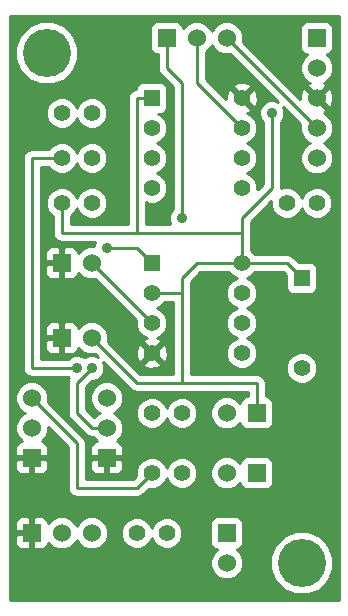
<source format=gbl>
G04 (created by PCBNEW (2013-07-07 BZR 4022)-stable) date 5/14/2015 9:49:14 PM*
%MOIN*%
G04 Gerber Fmt 3.4, Leading zero omitted, Abs format*
%FSLAX34Y34*%
G01*
G70*
G90*
G04 APERTURE LIST*
%ADD10C,0.00590551*%
%ADD11C,0.055*%
%ADD12R,0.06X0.06*%
%ADD13C,0.06*%
%ADD14R,0.055X0.055*%
%ADD15C,0.16*%
%ADD16C,0.035*%
%ADD17C,0.01*%
G04 APERTURE END LIST*
G54D10*
G54D11*
X72000Y-46500D03*
X71000Y-46500D03*
X69000Y-38000D03*
X68000Y-38000D03*
X69000Y-36500D03*
X68000Y-36500D03*
X75500Y-39500D03*
X76500Y-39500D03*
X69000Y-39500D03*
X68000Y-39500D03*
X72000Y-48500D03*
X71000Y-48500D03*
X71500Y-50500D03*
X70500Y-50500D03*
G54D12*
X76500Y-34000D03*
G54D13*
X76500Y-35000D03*
X76500Y-36000D03*
X76500Y-37000D03*
X76500Y-38000D03*
G54D12*
X67000Y-48000D03*
G54D13*
X67000Y-47000D03*
X67000Y-46000D03*
G54D12*
X69500Y-48000D03*
G54D13*
X69500Y-47000D03*
X69500Y-46000D03*
G54D12*
X67000Y-50500D03*
G54D13*
X68000Y-50500D03*
X69000Y-50500D03*
G54D12*
X74500Y-46500D03*
G54D13*
X73500Y-46500D03*
G54D12*
X74500Y-48500D03*
G54D13*
X73500Y-48500D03*
G54D12*
X73500Y-50500D03*
G54D13*
X73500Y-51500D03*
G54D12*
X68000Y-41500D03*
G54D13*
X69000Y-41500D03*
G54D12*
X68000Y-44000D03*
G54D13*
X69000Y-44000D03*
G54D14*
X71000Y-41500D03*
G54D11*
X71000Y-42500D03*
X71000Y-43500D03*
X71000Y-44500D03*
X74000Y-44500D03*
X74000Y-43500D03*
X74000Y-42500D03*
X74000Y-41500D03*
G54D14*
X71000Y-36000D03*
G54D11*
X71000Y-37000D03*
X71000Y-38000D03*
X71000Y-39000D03*
X74000Y-39000D03*
X74000Y-38000D03*
X74000Y-37000D03*
X74000Y-36000D03*
G54D14*
X76000Y-42000D03*
G54D11*
X76000Y-45000D03*
G54D15*
X67500Y-34500D03*
X76000Y-51500D03*
G54D12*
X71500Y-34000D03*
G54D13*
X72500Y-34000D03*
X73500Y-34000D03*
G54D16*
X69500Y-41000D03*
X72000Y-40000D03*
X69000Y-45000D03*
X68500Y-45000D03*
X75000Y-36500D03*
G54D17*
X69500Y-41000D02*
X70500Y-41000D01*
X71500Y-34000D02*
X71500Y-35000D01*
X72000Y-35500D02*
X72000Y-40000D01*
X71500Y-35000D02*
X72000Y-35500D01*
X70500Y-41000D02*
X71000Y-41500D01*
X72500Y-34000D02*
X72500Y-35500D01*
X72500Y-35500D02*
X74000Y-37000D01*
X69000Y-41500D02*
X71000Y-43500D01*
X67000Y-46000D02*
X68500Y-47500D01*
X70500Y-49000D02*
X71000Y-48500D01*
X68500Y-49000D02*
X70500Y-49000D01*
X68500Y-47500D02*
X68500Y-49000D01*
X69000Y-45000D02*
X68500Y-45500D01*
X69000Y-47000D02*
X69500Y-47000D01*
X68500Y-46500D02*
X69000Y-47000D01*
X68500Y-45500D02*
X68500Y-46500D01*
X68000Y-38000D02*
X67000Y-38000D01*
X67000Y-45000D02*
X68500Y-45000D01*
X67000Y-38000D02*
X67000Y-45000D01*
X73500Y-34000D02*
X76500Y-37000D01*
X71000Y-36000D02*
X70500Y-36000D01*
X70500Y-36000D02*
X70500Y-40500D01*
X75000Y-36500D02*
X75000Y-39000D01*
X74000Y-40000D02*
X74000Y-40500D01*
X75000Y-39000D02*
X74000Y-40000D01*
X74000Y-41500D02*
X75500Y-41500D01*
X75500Y-41500D02*
X76000Y-42000D01*
X72000Y-42500D02*
X72000Y-42000D01*
X72500Y-41500D02*
X74000Y-41500D01*
X72000Y-42000D02*
X72500Y-41500D01*
X71000Y-42500D02*
X72000Y-42500D01*
X72000Y-42500D02*
X72000Y-45500D01*
X74500Y-46500D02*
X74500Y-45500D01*
X70500Y-45500D02*
X72000Y-45500D01*
X72000Y-45500D02*
X74500Y-45500D01*
X70500Y-45500D02*
X69000Y-44000D01*
X68000Y-39500D02*
X68000Y-40500D01*
X68000Y-40500D02*
X70500Y-40500D01*
X70500Y-40500D02*
X74000Y-40500D01*
X74000Y-40500D02*
X74000Y-41500D01*
G54D10*
G36*
X75197Y-36121D02*
X75084Y-36075D01*
X74915Y-36074D01*
X74759Y-36139D01*
X74639Y-36258D01*
X74575Y-36415D01*
X74574Y-36584D01*
X74639Y-36740D01*
X74700Y-36801D01*
X74700Y-38875D01*
X74529Y-39045D01*
X74529Y-36075D01*
X74518Y-35867D01*
X74460Y-35727D01*
X74367Y-35702D01*
X74297Y-35773D01*
X74297Y-35632D01*
X74272Y-35539D01*
X74075Y-35470D01*
X73867Y-35481D01*
X73727Y-35539D01*
X73702Y-35632D01*
X74000Y-35929D01*
X74297Y-35632D01*
X74297Y-35773D01*
X74070Y-36000D01*
X74367Y-36297D01*
X74460Y-36272D01*
X74529Y-36075D01*
X74529Y-39045D01*
X74524Y-39050D01*
X74525Y-38896D01*
X74445Y-38703D01*
X74297Y-38555D01*
X74164Y-38499D01*
X74297Y-38445D01*
X74444Y-38297D01*
X74524Y-38104D01*
X74525Y-37896D01*
X74445Y-37703D01*
X74297Y-37555D01*
X74164Y-37499D01*
X74297Y-37445D01*
X74444Y-37297D01*
X74524Y-37104D01*
X74525Y-36896D01*
X74445Y-36703D01*
X74297Y-36555D01*
X74171Y-36502D01*
X74272Y-36460D01*
X74297Y-36367D01*
X74000Y-36070D01*
X73994Y-36076D01*
X73923Y-36005D01*
X73929Y-36000D01*
X73632Y-35702D01*
X73539Y-35727D01*
X73470Y-35924D01*
X73477Y-36052D01*
X72800Y-35375D01*
X72800Y-34471D01*
X72811Y-34466D01*
X72965Y-34311D01*
X72999Y-34230D01*
X73033Y-34311D01*
X73188Y-34465D01*
X73390Y-34549D01*
X73608Y-34550D01*
X73620Y-34545D01*
X75197Y-36121D01*
X75197Y-36121D01*
G37*
G54D17*
X75197Y-36121D02*
X75084Y-36075D01*
X74915Y-36074D01*
X74759Y-36139D01*
X74639Y-36258D01*
X74575Y-36415D01*
X74574Y-36584D01*
X74639Y-36740D01*
X74700Y-36801D01*
X74700Y-38875D01*
X74529Y-39045D01*
X74529Y-36075D01*
X74518Y-35867D01*
X74460Y-35727D01*
X74367Y-35702D01*
X74297Y-35773D01*
X74297Y-35632D01*
X74272Y-35539D01*
X74075Y-35470D01*
X73867Y-35481D01*
X73727Y-35539D01*
X73702Y-35632D01*
X74000Y-35929D01*
X74297Y-35632D01*
X74297Y-35773D01*
X74070Y-36000D01*
X74367Y-36297D01*
X74460Y-36272D01*
X74529Y-36075D01*
X74529Y-39045D01*
X74524Y-39050D01*
X74525Y-38896D01*
X74445Y-38703D01*
X74297Y-38555D01*
X74164Y-38499D01*
X74297Y-38445D01*
X74444Y-38297D01*
X74524Y-38104D01*
X74525Y-37896D01*
X74445Y-37703D01*
X74297Y-37555D01*
X74164Y-37499D01*
X74297Y-37445D01*
X74444Y-37297D01*
X74524Y-37104D01*
X74525Y-36896D01*
X74445Y-36703D01*
X74297Y-36555D01*
X74171Y-36502D01*
X74272Y-36460D01*
X74297Y-36367D01*
X74000Y-36070D01*
X73994Y-36076D01*
X73923Y-36005D01*
X73929Y-36000D01*
X73632Y-35702D01*
X73539Y-35727D01*
X73470Y-35924D01*
X73477Y-36052D01*
X72800Y-35375D01*
X72800Y-34471D01*
X72811Y-34466D01*
X72965Y-34311D01*
X72999Y-34230D01*
X73033Y-34311D01*
X73188Y-34465D01*
X73390Y-34549D01*
X73608Y-34550D01*
X73620Y-34545D01*
X75197Y-36121D01*
G54D10*
G36*
X77230Y-52730D02*
X77054Y-52730D01*
X77054Y-36081D01*
X77050Y-35988D01*
X77050Y-34891D01*
X76966Y-34688D01*
X76827Y-34550D01*
X76849Y-34550D01*
X76941Y-34512D01*
X77011Y-34441D01*
X77049Y-34349D01*
X77050Y-34250D01*
X77050Y-33650D01*
X77012Y-33558D01*
X76941Y-33488D01*
X76849Y-33450D01*
X76750Y-33449D01*
X76150Y-33449D01*
X76058Y-33487D01*
X75988Y-33558D01*
X75950Y-33650D01*
X75949Y-33749D01*
X75949Y-34349D01*
X75987Y-34441D01*
X76058Y-34511D01*
X76150Y-34549D01*
X76172Y-34549D01*
X76034Y-34688D01*
X75950Y-34890D01*
X75949Y-35108D01*
X76033Y-35311D01*
X76188Y-35465D01*
X76263Y-35497D01*
X76212Y-35518D01*
X76184Y-35614D01*
X76500Y-35929D01*
X76815Y-35614D01*
X76787Y-35518D01*
X76732Y-35499D01*
X76811Y-35466D01*
X76965Y-35311D01*
X77049Y-35109D01*
X77050Y-34891D01*
X77050Y-35988D01*
X77043Y-35863D01*
X76981Y-35712D01*
X76885Y-35684D01*
X76570Y-36000D01*
X76885Y-36315D01*
X76981Y-36287D01*
X77054Y-36081D01*
X77054Y-52730D01*
X77050Y-52730D01*
X77050Y-51292D01*
X77050Y-51291D01*
X77050Y-37891D01*
X76966Y-37688D01*
X76811Y-37534D01*
X76730Y-37500D01*
X76811Y-37466D01*
X76965Y-37311D01*
X77049Y-37109D01*
X77050Y-36891D01*
X76966Y-36688D01*
X76811Y-36534D01*
X76736Y-36502D01*
X76787Y-36481D01*
X76815Y-36385D01*
X76500Y-36070D01*
X76494Y-36076D01*
X76423Y-36005D01*
X76429Y-36000D01*
X76114Y-35684D01*
X76018Y-35712D01*
X75945Y-35918D01*
X75950Y-36026D01*
X74045Y-34121D01*
X74049Y-34109D01*
X74050Y-33891D01*
X73966Y-33688D01*
X73811Y-33534D01*
X73609Y-33450D01*
X73391Y-33449D01*
X73188Y-33533D01*
X73034Y-33688D01*
X73000Y-33769D01*
X72966Y-33688D01*
X72811Y-33534D01*
X72609Y-33450D01*
X72391Y-33449D01*
X72188Y-33533D01*
X72050Y-33672D01*
X72050Y-33650D01*
X72012Y-33558D01*
X71941Y-33488D01*
X71849Y-33450D01*
X71750Y-33449D01*
X71150Y-33449D01*
X71058Y-33487D01*
X70988Y-33558D01*
X70950Y-33650D01*
X70949Y-33749D01*
X70949Y-34349D01*
X70987Y-34441D01*
X71058Y-34511D01*
X71150Y-34549D01*
X71200Y-34549D01*
X71200Y-35000D01*
X71222Y-35114D01*
X71287Y-35212D01*
X71700Y-35624D01*
X71700Y-39698D01*
X71639Y-39758D01*
X71575Y-39915D01*
X71574Y-40084D01*
X71622Y-40200D01*
X70800Y-40200D01*
X70800Y-39485D01*
X70895Y-39524D01*
X71103Y-39525D01*
X71297Y-39445D01*
X71444Y-39297D01*
X71524Y-39104D01*
X71525Y-38896D01*
X71445Y-38703D01*
X71297Y-38555D01*
X71164Y-38499D01*
X71297Y-38445D01*
X71444Y-38297D01*
X71524Y-38104D01*
X71525Y-37896D01*
X71445Y-37703D01*
X71297Y-37555D01*
X71164Y-37499D01*
X71297Y-37445D01*
X71444Y-37297D01*
X71524Y-37104D01*
X71525Y-36896D01*
X71445Y-36703D01*
X71297Y-36555D01*
X71225Y-36525D01*
X71324Y-36525D01*
X71416Y-36487D01*
X71486Y-36416D01*
X71524Y-36324D01*
X71525Y-36225D01*
X71525Y-35675D01*
X71487Y-35583D01*
X71416Y-35513D01*
X71324Y-35475D01*
X71225Y-35474D01*
X70675Y-35474D01*
X70583Y-35512D01*
X70513Y-35583D01*
X70475Y-35675D01*
X70475Y-35704D01*
X70385Y-35722D01*
X70287Y-35787D01*
X70222Y-35885D01*
X70200Y-36000D01*
X70200Y-40200D01*
X68300Y-40200D01*
X68300Y-39942D01*
X68444Y-39797D01*
X68500Y-39664D01*
X68554Y-39797D01*
X68702Y-39944D01*
X68895Y-40024D01*
X69103Y-40025D01*
X69297Y-39945D01*
X69444Y-39797D01*
X69524Y-39604D01*
X69525Y-39396D01*
X69445Y-39203D01*
X69297Y-39055D01*
X69104Y-38975D01*
X68896Y-38974D01*
X68703Y-39054D01*
X68555Y-39202D01*
X68499Y-39335D01*
X68445Y-39203D01*
X68297Y-39055D01*
X68104Y-38975D01*
X67896Y-38974D01*
X67703Y-39054D01*
X67555Y-39202D01*
X67475Y-39395D01*
X67474Y-39603D01*
X67554Y-39797D01*
X67700Y-39942D01*
X67700Y-40500D01*
X67722Y-40614D01*
X67787Y-40712D01*
X67885Y-40777D01*
X68000Y-40800D01*
X69122Y-40800D01*
X69075Y-40915D01*
X69075Y-40950D01*
X68891Y-40949D01*
X68688Y-41033D01*
X68549Y-41172D01*
X68549Y-41150D01*
X68511Y-41058D01*
X68441Y-40987D01*
X68349Y-40949D01*
X68112Y-40950D01*
X68050Y-41012D01*
X68050Y-41450D01*
X68057Y-41450D01*
X68057Y-41550D01*
X68050Y-41550D01*
X68050Y-41987D01*
X68112Y-42050D01*
X68349Y-42050D01*
X68441Y-42012D01*
X68511Y-41941D01*
X68549Y-41849D01*
X68549Y-41827D01*
X68688Y-41965D01*
X68890Y-42049D01*
X69108Y-42050D01*
X69120Y-42045D01*
X70475Y-43399D01*
X70474Y-43603D01*
X70554Y-43797D01*
X70702Y-43944D01*
X70828Y-43997D01*
X70727Y-44039D01*
X70702Y-44132D01*
X71000Y-44429D01*
X71297Y-44132D01*
X71272Y-44039D01*
X71162Y-44000D01*
X71297Y-43945D01*
X71444Y-43797D01*
X71524Y-43604D01*
X71525Y-43396D01*
X71445Y-43203D01*
X71297Y-43055D01*
X71164Y-42999D01*
X71297Y-42945D01*
X71442Y-42800D01*
X71700Y-42800D01*
X71700Y-45200D01*
X71529Y-45200D01*
X71529Y-44575D01*
X71518Y-44367D01*
X71460Y-44227D01*
X71367Y-44202D01*
X71070Y-44500D01*
X71367Y-44797D01*
X71460Y-44772D01*
X71529Y-44575D01*
X71529Y-45200D01*
X71297Y-45200D01*
X71297Y-44867D01*
X71000Y-44570D01*
X70929Y-44641D01*
X70929Y-44500D01*
X70632Y-44202D01*
X70539Y-44227D01*
X70470Y-44424D01*
X70481Y-44632D01*
X70539Y-44772D01*
X70632Y-44797D01*
X70929Y-44500D01*
X70929Y-44641D01*
X70702Y-44867D01*
X70727Y-44960D01*
X70924Y-45029D01*
X71132Y-45018D01*
X71272Y-44960D01*
X71297Y-44867D01*
X71297Y-45200D01*
X70624Y-45200D01*
X69545Y-44121D01*
X69549Y-44109D01*
X69550Y-43891D01*
X69466Y-43688D01*
X69311Y-43534D01*
X69109Y-43450D01*
X68891Y-43449D01*
X68688Y-43533D01*
X68549Y-43672D01*
X68549Y-43650D01*
X68511Y-43558D01*
X68441Y-43487D01*
X68349Y-43449D01*
X68112Y-43450D01*
X68050Y-43512D01*
X68050Y-43950D01*
X68057Y-43950D01*
X68057Y-44050D01*
X68050Y-44050D01*
X68050Y-44487D01*
X68112Y-44550D01*
X68349Y-44550D01*
X68441Y-44512D01*
X68511Y-44441D01*
X68549Y-44349D01*
X68549Y-44327D01*
X68688Y-44465D01*
X68890Y-44549D01*
X69108Y-44550D01*
X69120Y-44545D01*
X69197Y-44621D01*
X69084Y-44575D01*
X68915Y-44574D01*
X68759Y-44639D01*
X68750Y-44648D01*
X68741Y-44639D01*
X68584Y-44575D01*
X68415Y-44574D01*
X68259Y-44639D01*
X68198Y-44700D01*
X67950Y-44700D01*
X67950Y-44487D01*
X67950Y-44050D01*
X67950Y-43950D01*
X67950Y-43512D01*
X67950Y-41987D01*
X67950Y-41550D01*
X67950Y-41450D01*
X67950Y-41012D01*
X67887Y-40950D01*
X67650Y-40949D01*
X67558Y-40987D01*
X67488Y-41058D01*
X67450Y-41150D01*
X67449Y-41249D01*
X67450Y-41387D01*
X67512Y-41450D01*
X67950Y-41450D01*
X67950Y-41550D01*
X67512Y-41550D01*
X67450Y-41612D01*
X67449Y-41750D01*
X67450Y-41849D01*
X67488Y-41941D01*
X67558Y-42012D01*
X67650Y-42050D01*
X67887Y-42050D01*
X67950Y-41987D01*
X67950Y-43512D01*
X67887Y-43450D01*
X67650Y-43449D01*
X67558Y-43487D01*
X67488Y-43558D01*
X67450Y-43650D01*
X67449Y-43749D01*
X67450Y-43887D01*
X67512Y-43950D01*
X67950Y-43950D01*
X67950Y-44050D01*
X67512Y-44050D01*
X67450Y-44112D01*
X67449Y-44250D01*
X67450Y-44349D01*
X67488Y-44441D01*
X67558Y-44512D01*
X67650Y-44550D01*
X67887Y-44550D01*
X67950Y-44487D01*
X67950Y-44700D01*
X67300Y-44700D01*
X67300Y-38300D01*
X67557Y-38300D01*
X67702Y-38444D01*
X67895Y-38524D01*
X68103Y-38525D01*
X68297Y-38445D01*
X68444Y-38297D01*
X68500Y-38164D01*
X68554Y-38297D01*
X68702Y-38444D01*
X68895Y-38524D01*
X69103Y-38525D01*
X69297Y-38445D01*
X69444Y-38297D01*
X69524Y-38104D01*
X69525Y-37896D01*
X69525Y-36396D01*
X69445Y-36203D01*
X69297Y-36055D01*
X69104Y-35975D01*
X68896Y-35974D01*
X68703Y-36054D01*
X68555Y-36202D01*
X68550Y-36214D01*
X68550Y-34292D01*
X68390Y-33906D01*
X68095Y-33610D01*
X67709Y-33450D01*
X67292Y-33449D01*
X66906Y-33609D01*
X66610Y-33904D01*
X66450Y-34290D01*
X66449Y-34707D01*
X66609Y-35094D01*
X66904Y-35389D01*
X67290Y-35549D01*
X67707Y-35550D01*
X68094Y-35390D01*
X68389Y-35095D01*
X68549Y-34709D01*
X68550Y-34292D01*
X68550Y-36214D01*
X68499Y-36335D01*
X68445Y-36203D01*
X68297Y-36055D01*
X68104Y-35975D01*
X67896Y-35974D01*
X67703Y-36054D01*
X67555Y-36202D01*
X67475Y-36395D01*
X67474Y-36603D01*
X67554Y-36797D01*
X67702Y-36944D01*
X67895Y-37024D01*
X68103Y-37025D01*
X68297Y-36945D01*
X68444Y-36797D01*
X68500Y-36664D01*
X68554Y-36797D01*
X68702Y-36944D01*
X68895Y-37024D01*
X69103Y-37025D01*
X69297Y-36945D01*
X69444Y-36797D01*
X69524Y-36604D01*
X69525Y-36396D01*
X69525Y-37896D01*
X69445Y-37703D01*
X69297Y-37555D01*
X69104Y-37475D01*
X68896Y-37474D01*
X68703Y-37554D01*
X68555Y-37702D01*
X68499Y-37835D01*
X68445Y-37703D01*
X68297Y-37555D01*
X68104Y-37475D01*
X67896Y-37474D01*
X67703Y-37554D01*
X67557Y-37700D01*
X67000Y-37700D01*
X66885Y-37722D01*
X66787Y-37787D01*
X66722Y-37885D01*
X66700Y-38000D01*
X66700Y-45000D01*
X66722Y-45114D01*
X66787Y-45212D01*
X66885Y-45277D01*
X67000Y-45300D01*
X68198Y-45300D01*
X68247Y-45348D01*
X68222Y-45385D01*
X68200Y-45500D01*
X68200Y-46500D01*
X68222Y-46614D01*
X68287Y-46712D01*
X68787Y-47212D01*
X68787Y-47212D01*
X68885Y-47277D01*
X69000Y-47300D01*
X69028Y-47300D01*
X69033Y-47311D01*
X69172Y-47450D01*
X69150Y-47450D01*
X69058Y-47488D01*
X68987Y-47558D01*
X68949Y-47650D01*
X68950Y-47887D01*
X69012Y-47950D01*
X69450Y-47950D01*
X69450Y-47942D01*
X69550Y-47942D01*
X69550Y-47950D01*
X69987Y-47950D01*
X70050Y-47887D01*
X70050Y-47650D01*
X70012Y-47558D01*
X69941Y-47488D01*
X69849Y-47450D01*
X69827Y-47450D01*
X69965Y-47311D01*
X70049Y-47109D01*
X70050Y-46891D01*
X69966Y-46688D01*
X69811Y-46534D01*
X69730Y-46500D01*
X69811Y-46466D01*
X69965Y-46311D01*
X70049Y-46109D01*
X70050Y-45891D01*
X69966Y-45688D01*
X69811Y-45534D01*
X69609Y-45450D01*
X69391Y-45449D01*
X69188Y-45533D01*
X69034Y-45688D01*
X68950Y-45890D01*
X68949Y-46108D01*
X69033Y-46311D01*
X69188Y-46465D01*
X69269Y-46499D01*
X69188Y-46533D01*
X69073Y-46648D01*
X68800Y-46375D01*
X68800Y-45624D01*
X68999Y-45424D01*
X69084Y-45425D01*
X69240Y-45360D01*
X69360Y-45241D01*
X69424Y-45084D01*
X69425Y-44915D01*
X69378Y-44802D01*
X70287Y-45712D01*
X70287Y-45712D01*
X70385Y-45777D01*
X70500Y-45800D01*
X72000Y-45800D01*
X74200Y-45800D01*
X74200Y-45949D01*
X74150Y-45949D01*
X74058Y-45987D01*
X73988Y-46058D01*
X73950Y-46150D01*
X73950Y-46172D01*
X73811Y-46034D01*
X73609Y-45950D01*
X73391Y-45949D01*
X73188Y-46033D01*
X73034Y-46188D01*
X72950Y-46390D01*
X72949Y-46608D01*
X73033Y-46811D01*
X73188Y-46965D01*
X73390Y-47049D01*
X73608Y-47050D01*
X73811Y-46966D01*
X73949Y-46827D01*
X73949Y-46849D01*
X73987Y-46941D01*
X74058Y-47011D01*
X74150Y-47049D01*
X74249Y-47050D01*
X74849Y-47050D01*
X74941Y-47012D01*
X75011Y-46941D01*
X75049Y-46849D01*
X75050Y-46750D01*
X75050Y-46150D01*
X75012Y-46058D01*
X74941Y-45988D01*
X74849Y-45950D01*
X74800Y-45950D01*
X74800Y-45500D01*
X74777Y-45385D01*
X74712Y-45287D01*
X74614Y-45222D01*
X74500Y-45200D01*
X72300Y-45200D01*
X72300Y-42500D01*
X72300Y-42124D01*
X72624Y-41800D01*
X73557Y-41800D01*
X73702Y-41944D01*
X73835Y-42000D01*
X73703Y-42054D01*
X73555Y-42202D01*
X73475Y-42395D01*
X73474Y-42603D01*
X73554Y-42797D01*
X73702Y-42944D01*
X73835Y-43000D01*
X73703Y-43054D01*
X73555Y-43202D01*
X73475Y-43395D01*
X73474Y-43603D01*
X73554Y-43797D01*
X73702Y-43944D01*
X73835Y-44000D01*
X73703Y-44054D01*
X73555Y-44202D01*
X73475Y-44395D01*
X73474Y-44603D01*
X73554Y-44797D01*
X73702Y-44944D01*
X73895Y-45024D01*
X74103Y-45025D01*
X74297Y-44945D01*
X74444Y-44797D01*
X74524Y-44604D01*
X74525Y-44396D01*
X74445Y-44203D01*
X74297Y-44055D01*
X74164Y-43999D01*
X74297Y-43945D01*
X74444Y-43797D01*
X74524Y-43604D01*
X74525Y-43396D01*
X74445Y-43203D01*
X74297Y-43055D01*
X74164Y-42999D01*
X74297Y-42945D01*
X74444Y-42797D01*
X74524Y-42604D01*
X74525Y-42396D01*
X74445Y-42203D01*
X74297Y-42055D01*
X74164Y-41999D01*
X74297Y-41945D01*
X74442Y-41800D01*
X75375Y-41800D01*
X75474Y-41899D01*
X75474Y-42324D01*
X75512Y-42416D01*
X75583Y-42486D01*
X75675Y-42524D01*
X75774Y-42525D01*
X76324Y-42525D01*
X76416Y-42487D01*
X76486Y-42416D01*
X76524Y-42324D01*
X76525Y-42225D01*
X76525Y-41675D01*
X76487Y-41583D01*
X76416Y-41513D01*
X76324Y-41475D01*
X76225Y-41474D01*
X75899Y-41474D01*
X75712Y-41287D01*
X75614Y-41222D01*
X75500Y-41200D01*
X74442Y-41200D01*
X74300Y-41057D01*
X74300Y-40500D01*
X74300Y-40124D01*
X74975Y-39449D01*
X74974Y-39603D01*
X75054Y-39797D01*
X75202Y-39944D01*
X75395Y-40024D01*
X75603Y-40025D01*
X75797Y-39945D01*
X75944Y-39797D01*
X76000Y-39664D01*
X76054Y-39797D01*
X76202Y-39944D01*
X76395Y-40024D01*
X76603Y-40025D01*
X76797Y-39945D01*
X76944Y-39797D01*
X77024Y-39604D01*
X77025Y-39396D01*
X76945Y-39203D01*
X76797Y-39055D01*
X76604Y-38975D01*
X76396Y-38974D01*
X76203Y-39054D01*
X76055Y-39202D01*
X75999Y-39335D01*
X75945Y-39203D01*
X75797Y-39055D01*
X75604Y-38975D01*
X75396Y-38974D01*
X75296Y-39015D01*
X75299Y-39000D01*
X75300Y-39000D01*
X75300Y-36801D01*
X75360Y-36741D01*
X75424Y-36584D01*
X75425Y-36415D01*
X75378Y-36302D01*
X75954Y-36878D01*
X75950Y-36890D01*
X75949Y-37108D01*
X76033Y-37311D01*
X76188Y-37465D01*
X76269Y-37499D01*
X76188Y-37533D01*
X76034Y-37688D01*
X75950Y-37890D01*
X75949Y-38108D01*
X76033Y-38311D01*
X76188Y-38465D01*
X76390Y-38549D01*
X76608Y-38550D01*
X76811Y-38466D01*
X76965Y-38311D01*
X77049Y-38109D01*
X77050Y-37891D01*
X77050Y-51291D01*
X76890Y-50906D01*
X76595Y-50610D01*
X76525Y-50581D01*
X76525Y-44896D01*
X76445Y-44703D01*
X76297Y-44555D01*
X76104Y-44475D01*
X75896Y-44474D01*
X75703Y-44554D01*
X75555Y-44702D01*
X75475Y-44895D01*
X75474Y-45103D01*
X75554Y-45297D01*
X75702Y-45444D01*
X75895Y-45524D01*
X76103Y-45525D01*
X76297Y-45445D01*
X76444Y-45297D01*
X76524Y-45104D01*
X76525Y-44896D01*
X76525Y-50581D01*
X76209Y-50450D01*
X75792Y-50449D01*
X75406Y-50609D01*
X75110Y-50904D01*
X75050Y-51049D01*
X75050Y-48750D01*
X75050Y-48150D01*
X75012Y-48058D01*
X74941Y-47988D01*
X74849Y-47950D01*
X74750Y-47949D01*
X74150Y-47949D01*
X74058Y-47987D01*
X73988Y-48058D01*
X73950Y-48150D01*
X73950Y-48172D01*
X73811Y-48034D01*
X73609Y-47950D01*
X73391Y-47949D01*
X73188Y-48033D01*
X73034Y-48188D01*
X72950Y-48390D01*
X72949Y-48608D01*
X73033Y-48811D01*
X73188Y-48965D01*
X73390Y-49049D01*
X73608Y-49050D01*
X73811Y-48966D01*
X73949Y-48827D01*
X73949Y-48849D01*
X73987Y-48941D01*
X74058Y-49011D01*
X74150Y-49049D01*
X74249Y-49050D01*
X74849Y-49050D01*
X74941Y-49012D01*
X75011Y-48941D01*
X75049Y-48849D01*
X75050Y-48750D01*
X75050Y-51049D01*
X74950Y-51290D01*
X74949Y-51707D01*
X75109Y-52094D01*
X75404Y-52389D01*
X75790Y-52549D01*
X76207Y-52550D01*
X76594Y-52390D01*
X76889Y-52095D01*
X77049Y-51709D01*
X77050Y-51292D01*
X77050Y-52730D01*
X74050Y-52730D01*
X74050Y-51391D01*
X73966Y-51188D01*
X73827Y-51050D01*
X73849Y-51050D01*
X73941Y-51012D01*
X74011Y-50941D01*
X74049Y-50849D01*
X74050Y-50750D01*
X74050Y-50150D01*
X74012Y-50058D01*
X73941Y-49988D01*
X73849Y-49950D01*
X73750Y-49949D01*
X73150Y-49949D01*
X73058Y-49987D01*
X72988Y-50058D01*
X72950Y-50150D01*
X72949Y-50249D01*
X72949Y-50849D01*
X72987Y-50941D01*
X73058Y-51011D01*
X73150Y-51049D01*
X73172Y-51049D01*
X73034Y-51188D01*
X72950Y-51390D01*
X72949Y-51608D01*
X73033Y-51811D01*
X73188Y-51965D01*
X73390Y-52049D01*
X73608Y-52050D01*
X73811Y-51966D01*
X73965Y-51811D01*
X74049Y-51609D01*
X74050Y-51391D01*
X74050Y-52730D01*
X72525Y-52730D01*
X72525Y-48396D01*
X72525Y-46396D01*
X72445Y-46203D01*
X72297Y-46055D01*
X72104Y-45975D01*
X71896Y-45974D01*
X71703Y-46054D01*
X71555Y-46202D01*
X71499Y-46335D01*
X71445Y-46203D01*
X71297Y-46055D01*
X71104Y-45975D01*
X70896Y-45974D01*
X70703Y-46054D01*
X70555Y-46202D01*
X70475Y-46395D01*
X70474Y-46603D01*
X70554Y-46797D01*
X70702Y-46944D01*
X70895Y-47024D01*
X71103Y-47025D01*
X71297Y-46945D01*
X71444Y-46797D01*
X71500Y-46664D01*
X71554Y-46797D01*
X71702Y-46944D01*
X71895Y-47024D01*
X72103Y-47025D01*
X72297Y-46945D01*
X72444Y-46797D01*
X72524Y-46604D01*
X72525Y-46396D01*
X72525Y-48396D01*
X72445Y-48203D01*
X72297Y-48055D01*
X72104Y-47975D01*
X71896Y-47974D01*
X71703Y-48054D01*
X71555Y-48202D01*
X71499Y-48335D01*
X71445Y-48203D01*
X71297Y-48055D01*
X71104Y-47975D01*
X70896Y-47974D01*
X70703Y-48054D01*
X70555Y-48202D01*
X70475Y-48395D01*
X70474Y-48600D01*
X70375Y-48700D01*
X70050Y-48700D01*
X70050Y-48349D01*
X70050Y-48112D01*
X69987Y-48050D01*
X69550Y-48050D01*
X69550Y-48487D01*
X69612Y-48550D01*
X69750Y-48550D01*
X69849Y-48549D01*
X69941Y-48511D01*
X70012Y-48441D01*
X70050Y-48349D01*
X70050Y-48700D01*
X69450Y-48700D01*
X69450Y-48487D01*
X69450Y-48050D01*
X69012Y-48050D01*
X68950Y-48112D01*
X68949Y-48349D01*
X68987Y-48441D01*
X69058Y-48511D01*
X69150Y-48549D01*
X69249Y-48550D01*
X69387Y-48550D01*
X69450Y-48487D01*
X69450Y-48700D01*
X68800Y-48700D01*
X68800Y-47500D01*
X68777Y-47385D01*
X68712Y-47287D01*
X68712Y-47287D01*
X67545Y-46121D01*
X67549Y-46109D01*
X67550Y-45891D01*
X67466Y-45688D01*
X67311Y-45534D01*
X67109Y-45450D01*
X66891Y-45449D01*
X66688Y-45533D01*
X66534Y-45688D01*
X66450Y-45890D01*
X66449Y-46108D01*
X66533Y-46311D01*
X66688Y-46465D01*
X66769Y-46499D01*
X66688Y-46533D01*
X66534Y-46688D01*
X66450Y-46890D01*
X66449Y-47108D01*
X66533Y-47311D01*
X66672Y-47450D01*
X66650Y-47450D01*
X66558Y-47488D01*
X66487Y-47558D01*
X66449Y-47650D01*
X66450Y-47887D01*
X66512Y-47950D01*
X66950Y-47950D01*
X66950Y-47942D01*
X67050Y-47942D01*
X67050Y-47950D01*
X67487Y-47950D01*
X67550Y-47887D01*
X67550Y-47650D01*
X67512Y-47558D01*
X67441Y-47488D01*
X67349Y-47450D01*
X67327Y-47450D01*
X67465Y-47311D01*
X67549Y-47109D01*
X67550Y-46974D01*
X68200Y-47624D01*
X68200Y-49000D01*
X68222Y-49114D01*
X68287Y-49212D01*
X68385Y-49277D01*
X68500Y-49300D01*
X70500Y-49300D01*
X70500Y-49299D01*
X70614Y-49277D01*
X70614Y-49277D01*
X70712Y-49212D01*
X70899Y-49024D01*
X71103Y-49025D01*
X71297Y-48945D01*
X71444Y-48797D01*
X71500Y-48664D01*
X71554Y-48797D01*
X71702Y-48944D01*
X71895Y-49024D01*
X72103Y-49025D01*
X72297Y-48945D01*
X72444Y-48797D01*
X72524Y-48604D01*
X72525Y-48396D01*
X72525Y-52730D01*
X72025Y-52730D01*
X72025Y-50396D01*
X71945Y-50203D01*
X71797Y-50055D01*
X71604Y-49975D01*
X71396Y-49974D01*
X71203Y-50054D01*
X71055Y-50202D01*
X70999Y-50335D01*
X70945Y-50203D01*
X70797Y-50055D01*
X70604Y-49975D01*
X70396Y-49974D01*
X70203Y-50054D01*
X70055Y-50202D01*
X69975Y-50395D01*
X69974Y-50603D01*
X70054Y-50797D01*
X70202Y-50944D01*
X70395Y-51024D01*
X70603Y-51025D01*
X70797Y-50945D01*
X70944Y-50797D01*
X71000Y-50664D01*
X71054Y-50797D01*
X71202Y-50944D01*
X71395Y-51024D01*
X71603Y-51025D01*
X71797Y-50945D01*
X71944Y-50797D01*
X72024Y-50604D01*
X72025Y-50396D01*
X72025Y-52730D01*
X69550Y-52730D01*
X69550Y-50391D01*
X69466Y-50188D01*
X69311Y-50034D01*
X69109Y-49950D01*
X68891Y-49949D01*
X68688Y-50033D01*
X68534Y-50188D01*
X68500Y-50269D01*
X68466Y-50188D01*
X68311Y-50034D01*
X68109Y-49950D01*
X67891Y-49949D01*
X67688Y-50033D01*
X67550Y-50172D01*
X67550Y-48349D01*
X67550Y-48112D01*
X67487Y-48050D01*
X67050Y-48050D01*
X67050Y-48487D01*
X67112Y-48550D01*
X67250Y-48550D01*
X67349Y-48549D01*
X67441Y-48511D01*
X67512Y-48441D01*
X67550Y-48349D01*
X67550Y-50172D01*
X67549Y-50172D01*
X67549Y-50150D01*
X67511Y-50058D01*
X67441Y-49987D01*
X67349Y-49949D01*
X67112Y-49950D01*
X67050Y-50012D01*
X67050Y-50450D01*
X67057Y-50450D01*
X67057Y-50550D01*
X67050Y-50550D01*
X67050Y-50987D01*
X67112Y-51050D01*
X67349Y-51050D01*
X67441Y-51012D01*
X67511Y-50941D01*
X67549Y-50849D01*
X67549Y-50827D01*
X67688Y-50965D01*
X67890Y-51049D01*
X68108Y-51050D01*
X68311Y-50966D01*
X68465Y-50811D01*
X68499Y-50730D01*
X68533Y-50811D01*
X68688Y-50965D01*
X68890Y-51049D01*
X69108Y-51050D01*
X69311Y-50966D01*
X69465Y-50811D01*
X69549Y-50609D01*
X69550Y-50391D01*
X69550Y-52730D01*
X66950Y-52730D01*
X66950Y-50987D01*
X66950Y-50550D01*
X66950Y-50450D01*
X66950Y-50012D01*
X66950Y-48487D01*
X66950Y-48050D01*
X66512Y-48050D01*
X66450Y-48112D01*
X66449Y-48349D01*
X66487Y-48441D01*
X66558Y-48511D01*
X66650Y-48549D01*
X66749Y-48550D01*
X66887Y-48550D01*
X66950Y-48487D01*
X66950Y-50012D01*
X66887Y-49950D01*
X66650Y-49949D01*
X66558Y-49987D01*
X66488Y-50058D01*
X66450Y-50150D01*
X66449Y-50249D01*
X66450Y-50387D01*
X66512Y-50450D01*
X66950Y-50450D01*
X66950Y-50550D01*
X66512Y-50550D01*
X66450Y-50612D01*
X66449Y-50750D01*
X66450Y-50849D01*
X66488Y-50941D01*
X66558Y-51012D01*
X66650Y-51050D01*
X66887Y-51050D01*
X66950Y-50987D01*
X66950Y-52730D01*
X66269Y-52730D01*
X66269Y-52500D01*
X66269Y-33269D01*
X77230Y-33269D01*
X77230Y-52500D01*
X77230Y-52730D01*
X77230Y-52730D01*
G37*
G54D17*
X77230Y-52730D02*
X77054Y-52730D01*
X77054Y-36081D01*
X77050Y-35988D01*
X77050Y-34891D01*
X76966Y-34688D01*
X76827Y-34550D01*
X76849Y-34550D01*
X76941Y-34512D01*
X77011Y-34441D01*
X77049Y-34349D01*
X77050Y-34250D01*
X77050Y-33650D01*
X77012Y-33558D01*
X76941Y-33488D01*
X76849Y-33450D01*
X76750Y-33449D01*
X76150Y-33449D01*
X76058Y-33487D01*
X75988Y-33558D01*
X75950Y-33650D01*
X75949Y-33749D01*
X75949Y-34349D01*
X75987Y-34441D01*
X76058Y-34511D01*
X76150Y-34549D01*
X76172Y-34549D01*
X76034Y-34688D01*
X75950Y-34890D01*
X75949Y-35108D01*
X76033Y-35311D01*
X76188Y-35465D01*
X76263Y-35497D01*
X76212Y-35518D01*
X76184Y-35614D01*
X76500Y-35929D01*
X76815Y-35614D01*
X76787Y-35518D01*
X76732Y-35499D01*
X76811Y-35466D01*
X76965Y-35311D01*
X77049Y-35109D01*
X77050Y-34891D01*
X77050Y-35988D01*
X77043Y-35863D01*
X76981Y-35712D01*
X76885Y-35684D01*
X76570Y-36000D01*
X76885Y-36315D01*
X76981Y-36287D01*
X77054Y-36081D01*
X77054Y-52730D01*
X77050Y-52730D01*
X77050Y-51292D01*
X77050Y-51291D01*
X77050Y-37891D01*
X76966Y-37688D01*
X76811Y-37534D01*
X76730Y-37500D01*
X76811Y-37466D01*
X76965Y-37311D01*
X77049Y-37109D01*
X77050Y-36891D01*
X76966Y-36688D01*
X76811Y-36534D01*
X76736Y-36502D01*
X76787Y-36481D01*
X76815Y-36385D01*
X76500Y-36070D01*
X76494Y-36076D01*
X76423Y-36005D01*
X76429Y-36000D01*
X76114Y-35684D01*
X76018Y-35712D01*
X75945Y-35918D01*
X75950Y-36026D01*
X74045Y-34121D01*
X74049Y-34109D01*
X74050Y-33891D01*
X73966Y-33688D01*
X73811Y-33534D01*
X73609Y-33450D01*
X73391Y-33449D01*
X73188Y-33533D01*
X73034Y-33688D01*
X73000Y-33769D01*
X72966Y-33688D01*
X72811Y-33534D01*
X72609Y-33450D01*
X72391Y-33449D01*
X72188Y-33533D01*
X72050Y-33672D01*
X72050Y-33650D01*
X72012Y-33558D01*
X71941Y-33488D01*
X71849Y-33450D01*
X71750Y-33449D01*
X71150Y-33449D01*
X71058Y-33487D01*
X70988Y-33558D01*
X70950Y-33650D01*
X70949Y-33749D01*
X70949Y-34349D01*
X70987Y-34441D01*
X71058Y-34511D01*
X71150Y-34549D01*
X71200Y-34549D01*
X71200Y-35000D01*
X71222Y-35114D01*
X71287Y-35212D01*
X71700Y-35624D01*
X71700Y-39698D01*
X71639Y-39758D01*
X71575Y-39915D01*
X71574Y-40084D01*
X71622Y-40200D01*
X70800Y-40200D01*
X70800Y-39485D01*
X70895Y-39524D01*
X71103Y-39525D01*
X71297Y-39445D01*
X71444Y-39297D01*
X71524Y-39104D01*
X71525Y-38896D01*
X71445Y-38703D01*
X71297Y-38555D01*
X71164Y-38499D01*
X71297Y-38445D01*
X71444Y-38297D01*
X71524Y-38104D01*
X71525Y-37896D01*
X71445Y-37703D01*
X71297Y-37555D01*
X71164Y-37499D01*
X71297Y-37445D01*
X71444Y-37297D01*
X71524Y-37104D01*
X71525Y-36896D01*
X71445Y-36703D01*
X71297Y-36555D01*
X71225Y-36525D01*
X71324Y-36525D01*
X71416Y-36487D01*
X71486Y-36416D01*
X71524Y-36324D01*
X71525Y-36225D01*
X71525Y-35675D01*
X71487Y-35583D01*
X71416Y-35513D01*
X71324Y-35475D01*
X71225Y-35474D01*
X70675Y-35474D01*
X70583Y-35512D01*
X70513Y-35583D01*
X70475Y-35675D01*
X70475Y-35704D01*
X70385Y-35722D01*
X70287Y-35787D01*
X70222Y-35885D01*
X70200Y-36000D01*
X70200Y-40200D01*
X68300Y-40200D01*
X68300Y-39942D01*
X68444Y-39797D01*
X68500Y-39664D01*
X68554Y-39797D01*
X68702Y-39944D01*
X68895Y-40024D01*
X69103Y-40025D01*
X69297Y-39945D01*
X69444Y-39797D01*
X69524Y-39604D01*
X69525Y-39396D01*
X69445Y-39203D01*
X69297Y-39055D01*
X69104Y-38975D01*
X68896Y-38974D01*
X68703Y-39054D01*
X68555Y-39202D01*
X68499Y-39335D01*
X68445Y-39203D01*
X68297Y-39055D01*
X68104Y-38975D01*
X67896Y-38974D01*
X67703Y-39054D01*
X67555Y-39202D01*
X67475Y-39395D01*
X67474Y-39603D01*
X67554Y-39797D01*
X67700Y-39942D01*
X67700Y-40500D01*
X67722Y-40614D01*
X67787Y-40712D01*
X67885Y-40777D01*
X68000Y-40800D01*
X69122Y-40800D01*
X69075Y-40915D01*
X69075Y-40950D01*
X68891Y-40949D01*
X68688Y-41033D01*
X68549Y-41172D01*
X68549Y-41150D01*
X68511Y-41058D01*
X68441Y-40987D01*
X68349Y-40949D01*
X68112Y-40950D01*
X68050Y-41012D01*
X68050Y-41450D01*
X68057Y-41450D01*
X68057Y-41550D01*
X68050Y-41550D01*
X68050Y-41987D01*
X68112Y-42050D01*
X68349Y-42050D01*
X68441Y-42012D01*
X68511Y-41941D01*
X68549Y-41849D01*
X68549Y-41827D01*
X68688Y-41965D01*
X68890Y-42049D01*
X69108Y-42050D01*
X69120Y-42045D01*
X70475Y-43399D01*
X70474Y-43603D01*
X70554Y-43797D01*
X70702Y-43944D01*
X70828Y-43997D01*
X70727Y-44039D01*
X70702Y-44132D01*
X71000Y-44429D01*
X71297Y-44132D01*
X71272Y-44039D01*
X71162Y-44000D01*
X71297Y-43945D01*
X71444Y-43797D01*
X71524Y-43604D01*
X71525Y-43396D01*
X71445Y-43203D01*
X71297Y-43055D01*
X71164Y-42999D01*
X71297Y-42945D01*
X71442Y-42800D01*
X71700Y-42800D01*
X71700Y-45200D01*
X71529Y-45200D01*
X71529Y-44575D01*
X71518Y-44367D01*
X71460Y-44227D01*
X71367Y-44202D01*
X71070Y-44500D01*
X71367Y-44797D01*
X71460Y-44772D01*
X71529Y-44575D01*
X71529Y-45200D01*
X71297Y-45200D01*
X71297Y-44867D01*
X71000Y-44570D01*
X70929Y-44641D01*
X70929Y-44500D01*
X70632Y-44202D01*
X70539Y-44227D01*
X70470Y-44424D01*
X70481Y-44632D01*
X70539Y-44772D01*
X70632Y-44797D01*
X70929Y-44500D01*
X70929Y-44641D01*
X70702Y-44867D01*
X70727Y-44960D01*
X70924Y-45029D01*
X71132Y-45018D01*
X71272Y-44960D01*
X71297Y-44867D01*
X71297Y-45200D01*
X70624Y-45200D01*
X69545Y-44121D01*
X69549Y-44109D01*
X69550Y-43891D01*
X69466Y-43688D01*
X69311Y-43534D01*
X69109Y-43450D01*
X68891Y-43449D01*
X68688Y-43533D01*
X68549Y-43672D01*
X68549Y-43650D01*
X68511Y-43558D01*
X68441Y-43487D01*
X68349Y-43449D01*
X68112Y-43450D01*
X68050Y-43512D01*
X68050Y-43950D01*
X68057Y-43950D01*
X68057Y-44050D01*
X68050Y-44050D01*
X68050Y-44487D01*
X68112Y-44550D01*
X68349Y-44550D01*
X68441Y-44512D01*
X68511Y-44441D01*
X68549Y-44349D01*
X68549Y-44327D01*
X68688Y-44465D01*
X68890Y-44549D01*
X69108Y-44550D01*
X69120Y-44545D01*
X69197Y-44621D01*
X69084Y-44575D01*
X68915Y-44574D01*
X68759Y-44639D01*
X68750Y-44648D01*
X68741Y-44639D01*
X68584Y-44575D01*
X68415Y-44574D01*
X68259Y-44639D01*
X68198Y-44700D01*
X67950Y-44700D01*
X67950Y-44487D01*
X67950Y-44050D01*
X67950Y-43950D01*
X67950Y-43512D01*
X67950Y-41987D01*
X67950Y-41550D01*
X67950Y-41450D01*
X67950Y-41012D01*
X67887Y-40950D01*
X67650Y-40949D01*
X67558Y-40987D01*
X67488Y-41058D01*
X67450Y-41150D01*
X67449Y-41249D01*
X67450Y-41387D01*
X67512Y-41450D01*
X67950Y-41450D01*
X67950Y-41550D01*
X67512Y-41550D01*
X67450Y-41612D01*
X67449Y-41750D01*
X67450Y-41849D01*
X67488Y-41941D01*
X67558Y-42012D01*
X67650Y-42050D01*
X67887Y-42050D01*
X67950Y-41987D01*
X67950Y-43512D01*
X67887Y-43450D01*
X67650Y-43449D01*
X67558Y-43487D01*
X67488Y-43558D01*
X67450Y-43650D01*
X67449Y-43749D01*
X67450Y-43887D01*
X67512Y-43950D01*
X67950Y-43950D01*
X67950Y-44050D01*
X67512Y-44050D01*
X67450Y-44112D01*
X67449Y-44250D01*
X67450Y-44349D01*
X67488Y-44441D01*
X67558Y-44512D01*
X67650Y-44550D01*
X67887Y-44550D01*
X67950Y-44487D01*
X67950Y-44700D01*
X67300Y-44700D01*
X67300Y-38300D01*
X67557Y-38300D01*
X67702Y-38444D01*
X67895Y-38524D01*
X68103Y-38525D01*
X68297Y-38445D01*
X68444Y-38297D01*
X68500Y-38164D01*
X68554Y-38297D01*
X68702Y-38444D01*
X68895Y-38524D01*
X69103Y-38525D01*
X69297Y-38445D01*
X69444Y-38297D01*
X69524Y-38104D01*
X69525Y-37896D01*
X69525Y-36396D01*
X69445Y-36203D01*
X69297Y-36055D01*
X69104Y-35975D01*
X68896Y-35974D01*
X68703Y-36054D01*
X68555Y-36202D01*
X68550Y-36214D01*
X68550Y-34292D01*
X68390Y-33906D01*
X68095Y-33610D01*
X67709Y-33450D01*
X67292Y-33449D01*
X66906Y-33609D01*
X66610Y-33904D01*
X66450Y-34290D01*
X66449Y-34707D01*
X66609Y-35094D01*
X66904Y-35389D01*
X67290Y-35549D01*
X67707Y-35550D01*
X68094Y-35390D01*
X68389Y-35095D01*
X68549Y-34709D01*
X68550Y-34292D01*
X68550Y-36214D01*
X68499Y-36335D01*
X68445Y-36203D01*
X68297Y-36055D01*
X68104Y-35975D01*
X67896Y-35974D01*
X67703Y-36054D01*
X67555Y-36202D01*
X67475Y-36395D01*
X67474Y-36603D01*
X67554Y-36797D01*
X67702Y-36944D01*
X67895Y-37024D01*
X68103Y-37025D01*
X68297Y-36945D01*
X68444Y-36797D01*
X68500Y-36664D01*
X68554Y-36797D01*
X68702Y-36944D01*
X68895Y-37024D01*
X69103Y-37025D01*
X69297Y-36945D01*
X69444Y-36797D01*
X69524Y-36604D01*
X69525Y-36396D01*
X69525Y-37896D01*
X69445Y-37703D01*
X69297Y-37555D01*
X69104Y-37475D01*
X68896Y-37474D01*
X68703Y-37554D01*
X68555Y-37702D01*
X68499Y-37835D01*
X68445Y-37703D01*
X68297Y-37555D01*
X68104Y-37475D01*
X67896Y-37474D01*
X67703Y-37554D01*
X67557Y-37700D01*
X67000Y-37700D01*
X66885Y-37722D01*
X66787Y-37787D01*
X66722Y-37885D01*
X66700Y-38000D01*
X66700Y-45000D01*
X66722Y-45114D01*
X66787Y-45212D01*
X66885Y-45277D01*
X67000Y-45300D01*
X68198Y-45300D01*
X68247Y-45348D01*
X68222Y-45385D01*
X68200Y-45500D01*
X68200Y-46500D01*
X68222Y-46614D01*
X68287Y-46712D01*
X68787Y-47212D01*
X68787Y-47212D01*
X68885Y-47277D01*
X69000Y-47300D01*
X69028Y-47300D01*
X69033Y-47311D01*
X69172Y-47450D01*
X69150Y-47450D01*
X69058Y-47488D01*
X68987Y-47558D01*
X68949Y-47650D01*
X68950Y-47887D01*
X69012Y-47950D01*
X69450Y-47950D01*
X69450Y-47942D01*
X69550Y-47942D01*
X69550Y-47950D01*
X69987Y-47950D01*
X70050Y-47887D01*
X70050Y-47650D01*
X70012Y-47558D01*
X69941Y-47488D01*
X69849Y-47450D01*
X69827Y-47450D01*
X69965Y-47311D01*
X70049Y-47109D01*
X70050Y-46891D01*
X69966Y-46688D01*
X69811Y-46534D01*
X69730Y-46500D01*
X69811Y-46466D01*
X69965Y-46311D01*
X70049Y-46109D01*
X70050Y-45891D01*
X69966Y-45688D01*
X69811Y-45534D01*
X69609Y-45450D01*
X69391Y-45449D01*
X69188Y-45533D01*
X69034Y-45688D01*
X68950Y-45890D01*
X68949Y-46108D01*
X69033Y-46311D01*
X69188Y-46465D01*
X69269Y-46499D01*
X69188Y-46533D01*
X69073Y-46648D01*
X68800Y-46375D01*
X68800Y-45624D01*
X68999Y-45424D01*
X69084Y-45425D01*
X69240Y-45360D01*
X69360Y-45241D01*
X69424Y-45084D01*
X69425Y-44915D01*
X69378Y-44802D01*
X70287Y-45712D01*
X70287Y-45712D01*
X70385Y-45777D01*
X70500Y-45800D01*
X72000Y-45800D01*
X74200Y-45800D01*
X74200Y-45949D01*
X74150Y-45949D01*
X74058Y-45987D01*
X73988Y-46058D01*
X73950Y-46150D01*
X73950Y-46172D01*
X73811Y-46034D01*
X73609Y-45950D01*
X73391Y-45949D01*
X73188Y-46033D01*
X73034Y-46188D01*
X72950Y-46390D01*
X72949Y-46608D01*
X73033Y-46811D01*
X73188Y-46965D01*
X73390Y-47049D01*
X73608Y-47050D01*
X73811Y-46966D01*
X73949Y-46827D01*
X73949Y-46849D01*
X73987Y-46941D01*
X74058Y-47011D01*
X74150Y-47049D01*
X74249Y-47050D01*
X74849Y-47050D01*
X74941Y-47012D01*
X75011Y-46941D01*
X75049Y-46849D01*
X75050Y-46750D01*
X75050Y-46150D01*
X75012Y-46058D01*
X74941Y-45988D01*
X74849Y-45950D01*
X74800Y-45950D01*
X74800Y-45500D01*
X74777Y-45385D01*
X74712Y-45287D01*
X74614Y-45222D01*
X74500Y-45200D01*
X72300Y-45200D01*
X72300Y-42500D01*
X72300Y-42124D01*
X72624Y-41800D01*
X73557Y-41800D01*
X73702Y-41944D01*
X73835Y-42000D01*
X73703Y-42054D01*
X73555Y-42202D01*
X73475Y-42395D01*
X73474Y-42603D01*
X73554Y-42797D01*
X73702Y-42944D01*
X73835Y-43000D01*
X73703Y-43054D01*
X73555Y-43202D01*
X73475Y-43395D01*
X73474Y-43603D01*
X73554Y-43797D01*
X73702Y-43944D01*
X73835Y-44000D01*
X73703Y-44054D01*
X73555Y-44202D01*
X73475Y-44395D01*
X73474Y-44603D01*
X73554Y-44797D01*
X73702Y-44944D01*
X73895Y-45024D01*
X74103Y-45025D01*
X74297Y-44945D01*
X74444Y-44797D01*
X74524Y-44604D01*
X74525Y-44396D01*
X74445Y-44203D01*
X74297Y-44055D01*
X74164Y-43999D01*
X74297Y-43945D01*
X74444Y-43797D01*
X74524Y-43604D01*
X74525Y-43396D01*
X74445Y-43203D01*
X74297Y-43055D01*
X74164Y-42999D01*
X74297Y-42945D01*
X74444Y-42797D01*
X74524Y-42604D01*
X74525Y-42396D01*
X74445Y-42203D01*
X74297Y-42055D01*
X74164Y-41999D01*
X74297Y-41945D01*
X74442Y-41800D01*
X75375Y-41800D01*
X75474Y-41899D01*
X75474Y-42324D01*
X75512Y-42416D01*
X75583Y-42486D01*
X75675Y-42524D01*
X75774Y-42525D01*
X76324Y-42525D01*
X76416Y-42487D01*
X76486Y-42416D01*
X76524Y-42324D01*
X76525Y-42225D01*
X76525Y-41675D01*
X76487Y-41583D01*
X76416Y-41513D01*
X76324Y-41475D01*
X76225Y-41474D01*
X75899Y-41474D01*
X75712Y-41287D01*
X75614Y-41222D01*
X75500Y-41200D01*
X74442Y-41200D01*
X74300Y-41057D01*
X74300Y-40500D01*
X74300Y-40124D01*
X74975Y-39449D01*
X74974Y-39603D01*
X75054Y-39797D01*
X75202Y-39944D01*
X75395Y-40024D01*
X75603Y-40025D01*
X75797Y-39945D01*
X75944Y-39797D01*
X76000Y-39664D01*
X76054Y-39797D01*
X76202Y-39944D01*
X76395Y-40024D01*
X76603Y-40025D01*
X76797Y-39945D01*
X76944Y-39797D01*
X77024Y-39604D01*
X77025Y-39396D01*
X76945Y-39203D01*
X76797Y-39055D01*
X76604Y-38975D01*
X76396Y-38974D01*
X76203Y-39054D01*
X76055Y-39202D01*
X75999Y-39335D01*
X75945Y-39203D01*
X75797Y-39055D01*
X75604Y-38975D01*
X75396Y-38974D01*
X75296Y-39015D01*
X75299Y-39000D01*
X75300Y-39000D01*
X75300Y-36801D01*
X75360Y-36741D01*
X75424Y-36584D01*
X75425Y-36415D01*
X75378Y-36302D01*
X75954Y-36878D01*
X75950Y-36890D01*
X75949Y-37108D01*
X76033Y-37311D01*
X76188Y-37465D01*
X76269Y-37499D01*
X76188Y-37533D01*
X76034Y-37688D01*
X75950Y-37890D01*
X75949Y-38108D01*
X76033Y-38311D01*
X76188Y-38465D01*
X76390Y-38549D01*
X76608Y-38550D01*
X76811Y-38466D01*
X76965Y-38311D01*
X77049Y-38109D01*
X77050Y-37891D01*
X77050Y-51291D01*
X76890Y-50906D01*
X76595Y-50610D01*
X76525Y-50581D01*
X76525Y-44896D01*
X76445Y-44703D01*
X76297Y-44555D01*
X76104Y-44475D01*
X75896Y-44474D01*
X75703Y-44554D01*
X75555Y-44702D01*
X75475Y-44895D01*
X75474Y-45103D01*
X75554Y-45297D01*
X75702Y-45444D01*
X75895Y-45524D01*
X76103Y-45525D01*
X76297Y-45445D01*
X76444Y-45297D01*
X76524Y-45104D01*
X76525Y-44896D01*
X76525Y-50581D01*
X76209Y-50450D01*
X75792Y-50449D01*
X75406Y-50609D01*
X75110Y-50904D01*
X75050Y-51049D01*
X75050Y-48750D01*
X75050Y-48150D01*
X75012Y-48058D01*
X74941Y-47988D01*
X74849Y-47950D01*
X74750Y-47949D01*
X74150Y-47949D01*
X74058Y-47987D01*
X73988Y-48058D01*
X73950Y-48150D01*
X73950Y-48172D01*
X73811Y-48034D01*
X73609Y-47950D01*
X73391Y-47949D01*
X73188Y-48033D01*
X73034Y-48188D01*
X72950Y-48390D01*
X72949Y-48608D01*
X73033Y-48811D01*
X73188Y-48965D01*
X73390Y-49049D01*
X73608Y-49050D01*
X73811Y-48966D01*
X73949Y-48827D01*
X73949Y-48849D01*
X73987Y-48941D01*
X74058Y-49011D01*
X74150Y-49049D01*
X74249Y-49050D01*
X74849Y-49050D01*
X74941Y-49012D01*
X75011Y-48941D01*
X75049Y-48849D01*
X75050Y-48750D01*
X75050Y-51049D01*
X74950Y-51290D01*
X74949Y-51707D01*
X75109Y-52094D01*
X75404Y-52389D01*
X75790Y-52549D01*
X76207Y-52550D01*
X76594Y-52390D01*
X76889Y-52095D01*
X77049Y-51709D01*
X77050Y-51292D01*
X77050Y-52730D01*
X74050Y-52730D01*
X74050Y-51391D01*
X73966Y-51188D01*
X73827Y-51050D01*
X73849Y-51050D01*
X73941Y-51012D01*
X74011Y-50941D01*
X74049Y-50849D01*
X74050Y-50750D01*
X74050Y-50150D01*
X74012Y-50058D01*
X73941Y-49988D01*
X73849Y-49950D01*
X73750Y-49949D01*
X73150Y-49949D01*
X73058Y-49987D01*
X72988Y-50058D01*
X72950Y-50150D01*
X72949Y-50249D01*
X72949Y-50849D01*
X72987Y-50941D01*
X73058Y-51011D01*
X73150Y-51049D01*
X73172Y-51049D01*
X73034Y-51188D01*
X72950Y-51390D01*
X72949Y-51608D01*
X73033Y-51811D01*
X73188Y-51965D01*
X73390Y-52049D01*
X73608Y-52050D01*
X73811Y-51966D01*
X73965Y-51811D01*
X74049Y-51609D01*
X74050Y-51391D01*
X74050Y-52730D01*
X72525Y-52730D01*
X72525Y-48396D01*
X72525Y-46396D01*
X72445Y-46203D01*
X72297Y-46055D01*
X72104Y-45975D01*
X71896Y-45974D01*
X71703Y-46054D01*
X71555Y-46202D01*
X71499Y-46335D01*
X71445Y-46203D01*
X71297Y-46055D01*
X71104Y-45975D01*
X70896Y-45974D01*
X70703Y-46054D01*
X70555Y-46202D01*
X70475Y-46395D01*
X70474Y-46603D01*
X70554Y-46797D01*
X70702Y-46944D01*
X70895Y-47024D01*
X71103Y-47025D01*
X71297Y-46945D01*
X71444Y-46797D01*
X71500Y-46664D01*
X71554Y-46797D01*
X71702Y-46944D01*
X71895Y-47024D01*
X72103Y-47025D01*
X72297Y-46945D01*
X72444Y-46797D01*
X72524Y-46604D01*
X72525Y-46396D01*
X72525Y-48396D01*
X72445Y-48203D01*
X72297Y-48055D01*
X72104Y-47975D01*
X71896Y-47974D01*
X71703Y-48054D01*
X71555Y-48202D01*
X71499Y-48335D01*
X71445Y-48203D01*
X71297Y-48055D01*
X71104Y-47975D01*
X70896Y-47974D01*
X70703Y-48054D01*
X70555Y-48202D01*
X70475Y-48395D01*
X70474Y-48600D01*
X70375Y-48700D01*
X70050Y-48700D01*
X70050Y-48349D01*
X70050Y-48112D01*
X69987Y-48050D01*
X69550Y-48050D01*
X69550Y-48487D01*
X69612Y-48550D01*
X69750Y-48550D01*
X69849Y-48549D01*
X69941Y-48511D01*
X70012Y-48441D01*
X70050Y-48349D01*
X70050Y-48700D01*
X69450Y-48700D01*
X69450Y-48487D01*
X69450Y-48050D01*
X69012Y-48050D01*
X68950Y-48112D01*
X68949Y-48349D01*
X68987Y-48441D01*
X69058Y-48511D01*
X69150Y-48549D01*
X69249Y-48550D01*
X69387Y-48550D01*
X69450Y-48487D01*
X69450Y-48700D01*
X68800Y-48700D01*
X68800Y-47500D01*
X68777Y-47385D01*
X68712Y-47287D01*
X68712Y-47287D01*
X67545Y-46121D01*
X67549Y-46109D01*
X67550Y-45891D01*
X67466Y-45688D01*
X67311Y-45534D01*
X67109Y-45450D01*
X66891Y-45449D01*
X66688Y-45533D01*
X66534Y-45688D01*
X66450Y-45890D01*
X66449Y-46108D01*
X66533Y-46311D01*
X66688Y-46465D01*
X66769Y-46499D01*
X66688Y-46533D01*
X66534Y-46688D01*
X66450Y-46890D01*
X66449Y-47108D01*
X66533Y-47311D01*
X66672Y-47450D01*
X66650Y-47450D01*
X66558Y-47488D01*
X66487Y-47558D01*
X66449Y-47650D01*
X66450Y-47887D01*
X66512Y-47950D01*
X66950Y-47950D01*
X66950Y-47942D01*
X67050Y-47942D01*
X67050Y-47950D01*
X67487Y-47950D01*
X67550Y-47887D01*
X67550Y-47650D01*
X67512Y-47558D01*
X67441Y-47488D01*
X67349Y-47450D01*
X67327Y-47450D01*
X67465Y-47311D01*
X67549Y-47109D01*
X67550Y-46974D01*
X68200Y-47624D01*
X68200Y-49000D01*
X68222Y-49114D01*
X68287Y-49212D01*
X68385Y-49277D01*
X68500Y-49300D01*
X70500Y-49300D01*
X70500Y-49299D01*
X70614Y-49277D01*
X70614Y-49277D01*
X70712Y-49212D01*
X70899Y-49024D01*
X71103Y-49025D01*
X71297Y-48945D01*
X71444Y-48797D01*
X71500Y-48664D01*
X71554Y-48797D01*
X71702Y-48944D01*
X71895Y-49024D01*
X72103Y-49025D01*
X72297Y-48945D01*
X72444Y-48797D01*
X72524Y-48604D01*
X72525Y-48396D01*
X72525Y-52730D01*
X72025Y-52730D01*
X72025Y-50396D01*
X71945Y-50203D01*
X71797Y-50055D01*
X71604Y-49975D01*
X71396Y-49974D01*
X71203Y-50054D01*
X71055Y-50202D01*
X70999Y-50335D01*
X70945Y-50203D01*
X70797Y-50055D01*
X70604Y-49975D01*
X70396Y-49974D01*
X70203Y-50054D01*
X70055Y-50202D01*
X69975Y-50395D01*
X69974Y-50603D01*
X70054Y-50797D01*
X70202Y-50944D01*
X70395Y-51024D01*
X70603Y-51025D01*
X70797Y-50945D01*
X70944Y-50797D01*
X71000Y-50664D01*
X71054Y-50797D01*
X71202Y-50944D01*
X71395Y-51024D01*
X71603Y-51025D01*
X71797Y-50945D01*
X71944Y-50797D01*
X72024Y-50604D01*
X72025Y-50396D01*
X72025Y-52730D01*
X69550Y-52730D01*
X69550Y-50391D01*
X69466Y-50188D01*
X69311Y-50034D01*
X69109Y-49950D01*
X68891Y-49949D01*
X68688Y-50033D01*
X68534Y-50188D01*
X68500Y-50269D01*
X68466Y-50188D01*
X68311Y-50034D01*
X68109Y-49950D01*
X67891Y-49949D01*
X67688Y-50033D01*
X67550Y-50172D01*
X67550Y-48349D01*
X67550Y-48112D01*
X67487Y-48050D01*
X67050Y-48050D01*
X67050Y-48487D01*
X67112Y-48550D01*
X67250Y-48550D01*
X67349Y-48549D01*
X67441Y-48511D01*
X67512Y-48441D01*
X67550Y-48349D01*
X67550Y-50172D01*
X67549Y-50172D01*
X67549Y-50150D01*
X67511Y-50058D01*
X67441Y-49987D01*
X67349Y-49949D01*
X67112Y-49950D01*
X67050Y-50012D01*
X67050Y-50450D01*
X67057Y-50450D01*
X67057Y-50550D01*
X67050Y-50550D01*
X67050Y-50987D01*
X67112Y-51050D01*
X67349Y-51050D01*
X67441Y-51012D01*
X67511Y-50941D01*
X67549Y-50849D01*
X67549Y-50827D01*
X67688Y-50965D01*
X67890Y-51049D01*
X68108Y-51050D01*
X68311Y-50966D01*
X68465Y-50811D01*
X68499Y-50730D01*
X68533Y-50811D01*
X68688Y-50965D01*
X68890Y-51049D01*
X69108Y-51050D01*
X69311Y-50966D01*
X69465Y-50811D01*
X69549Y-50609D01*
X69550Y-50391D01*
X69550Y-52730D01*
X66950Y-52730D01*
X66950Y-50987D01*
X66950Y-50550D01*
X66950Y-50450D01*
X66950Y-50012D01*
X66950Y-48487D01*
X66950Y-48050D01*
X66512Y-48050D01*
X66450Y-48112D01*
X66449Y-48349D01*
X66487Y-48441D01*
X66558Y-48511D01*
X66650Y-48549D01*
X66749Y-48550D01*
X66887Y-48550D01*
X66950Y-48487D01*
X66950Y-50012D01*
X66887Y-49950D01*
X66650Y-49949D01*
X66558Y-49987D01*
X66488Y-50058D01*
X66450Y-50150D01*
X66449Y-50249D01*
X66450Y-50387D01*
X66512Y-50450D01*
X66950Y-50450D01*
X66950Y-50550D01*
X66512Y-50550D01*
X66450Y-50612D01*
X66449Y-50750D01*
X66450Y-50849D01*
X66488Y-50941D01*
X66558Y-51012D01*
X66650Y-51050D01*
X66887Y-51050D01*
X66950Y-50987D01*
X66950Y-52730D01*
X66269Y-52730D01*
X66269Y-52500D01*
X66269Y-33269D01*
X77230Y-33269D01*
X77230Y-52500D01*
X77230Y-52730D01*
M02*

</source>
